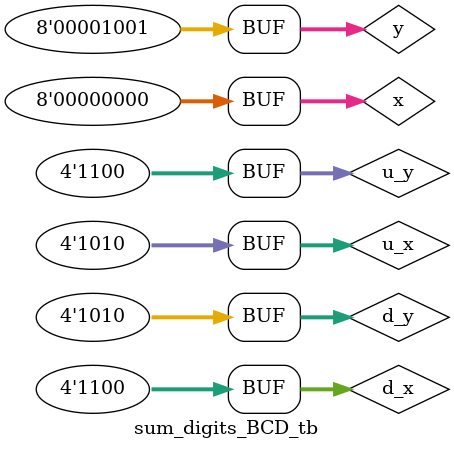
<source format=v>
/* Folosindu-va de modulul sum_1digit_BCD ce insumeaza doua cifre BCD x si y, construiti un sumator BCD ce insumeaza doua numere BCD cu n_digits cifre. */
module sum_1digit_BCD(input[3:0] x, y, input c_in, output reg[3:0] z, output reg c_out);

    reg[3:0] aux;
    always @(*) begin
        {c_out, aux} = x + y + c_in;
        if(aux > 9 || c_out) begin
            aux = aux + 4'd6;
            c_out = 1;
        end
        z = aux;
    end
endmodule

module sum_digits_BCD #(parameter n_digits=4)(input[n_digits*4-1:0] x, y, output[n_digits*4-1:0] z, output c_out);
    wire [3:0] aux;
	wire aux2;
	generate
		genvar j;
		for(j=0;j<n_digits;j=j+1)begin:vect
			if(j==0)
				begin
					sum_1digit_BCD d(.x(x[3:0]),.y(y[3:0]),.c_in(1'b0),.z(z[3:0]),.c_out(aux2));
				end
			else
			begin
				if(j!=n_digits-1)
				begin
					sum_1digit_BCD d(.x(x[(j*4+3):j*4]),.y(y[(j*4+3):j*4]),.c_in(aux2),.z(z[(j*4+3):j*4]),.c_out(aux2));
				end
				else
				begin
					sum_1digit_BCD d(.x(x[(j*4+3):j*4]),.y(y[(j*4+3):j*4]),.c_in(aux2),.z(z[(j*4+3):j*4]),.c_out(c_out));
				end
			end
		end
	endgenerate
endmodule

module sum_digits_BCD_tb;
    reg[7:0] x, y;
    wire[7:0] z;
    wire c_out;

    sum_digits_BCD #(.n_digits(2)) uut(.x(x), .y(y), .z(z), .c_out(c_out));

    reg[3:0] d_x, u_x;
    reg[3:0] d_y, u_y;

    initial begin
        $display("X\tY\t\tZ\tc_out");
        $monitor("%h\t%h\t\t%h\t%b", x, y, z, c_out);
        for(d_x = 0; d_x < 10; d_x = d_x + 3)
            for(u_x = 0; u_x < 10; u_x = u_x + 2)
                for(d_y = 0; d_y < 10; d_y = d_y + 1)
                    for(u_y = 0; u_y < 10; u_y = u_y + 3)
                        #10 {x, y}={d_x, u_x, d_y, u_y};
    end
endmodule
</source>
